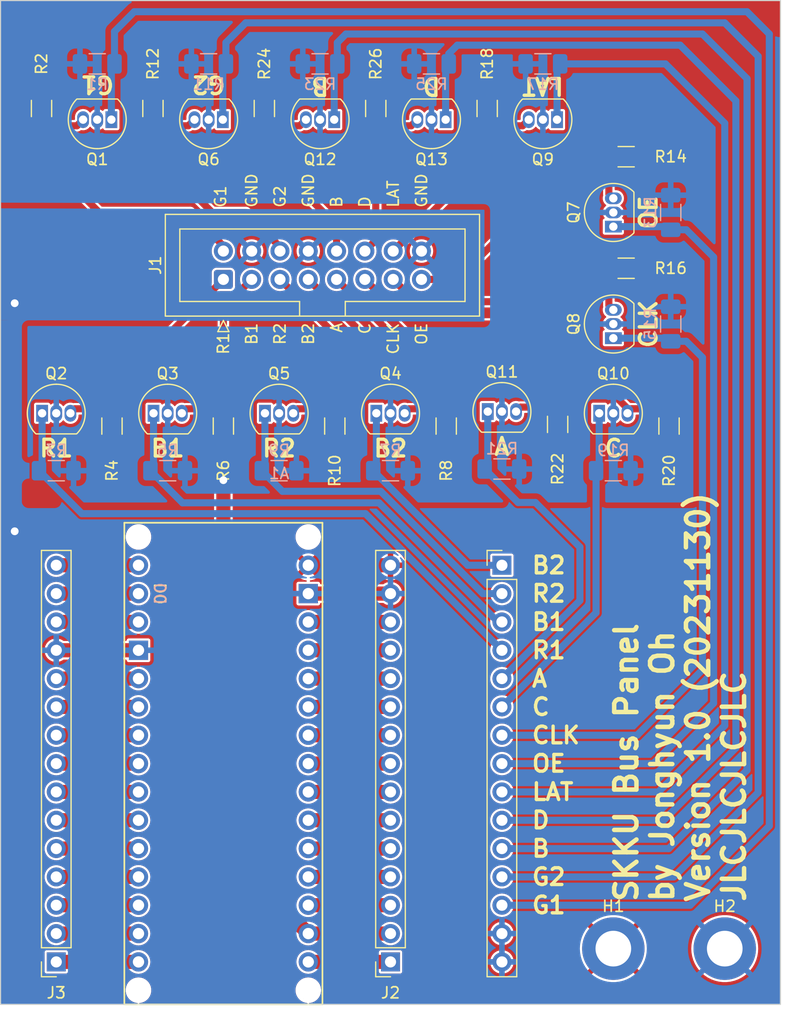
<source format=kicad_pcb>
(kicad_pcb (version 20221018) (generator pcbnew)
  (layers (0 "F.Cu" signal) (31 "B.Cu" signal) (34 "B.Paste" user) (35 "F.Paste" user) (36 "B.SilkS" user "B.Silkscreen") (37 "F.SilkS" user "F.Silkscreen") (38 "B.Mask" user) (39 "F.Mask" user) (44 "Edge.Cuts" user))
  (net 0 "")
  (net 1 "+3V3")
  (net 3 "/A0")
  (net 4 "/A1")
  (net 5 "/A2")
  (net 6 "/A3")
  (net 7 "/A4")
  (net 8 "/A5")
  (net 9 "/A6")
  (net 10 "/A7")
  (net 12 "/D0")
  (net 13 "/D1")
  (net 14 "/D2")
  (net 15 "/D3")
  (net 16 "/D4")
  (net 17 "/D5")
  (net 18 "/D6")
  (net 19 "/D7")
  (net 20 "/D8")
  (net 21 "/D9")
  (net 22 "/D10")
  (net 23 "/D11")
  (net 24 "/D12")
  (net 25 "/D13")
  (net 26 "GND")
  (net 27 "/RST1")
  (net 28 "/RST2")
  (net 29 "+5V")
  (net 30 "/R1")
  (net 31 "/G1")
  (net 32 "/B1")
  (net 33 "/R2")
  (net 34 "/G2")
  (net 35 "/B2")
  (net 36 "/A")
  (net 37 "/B")
  (net 38 "/C")
  (net 39 "/D")
  (net 40 "/CLK")
  (net 41 "/LAT")
  (net 42 "/OE")
  (net 43 "/AREF")
  (net 44 "/VUSB")
  (net 45 "/R1_L")
  (net 46 "/B1_L")
  (net 47 "/G1_L")
  (net 48 "/R2_L")
  (net 49 "/B2_L")
  (net 50 "/G2_L")
  (net 51 "/A_L")
  (net 52 "/B_L")
  (net 53 "/C_L")
  (net 54 "/D_L")
  (net 55 "/CLK_L")
  (net 56 "/LAT_L")
  (net 57 "/OE_L")
  (footprint "Package_TO_SOT_THT:TO-92_Inline" (layer "F.Cu") (at 109.946956 70.676956 180)
    (fp_text reference "Q12")
    (fp_text value "2N7000")
  )
  (footprint "Resistor_SMD:R_1206_3216Metric_Pad1.30x1.75mm_HandSolder" (layer "F.Cu") (at 93.676956 69.676956 -90)
    (fp_text reference "R12")
    (fp_text value "10k")
  )
  (footprint "Resistor_SMD:R_1206_3216Metric_Pad1.30x1.75mm_HandSolder" (layer "F.Cu") (at 100 98.15 90)
    (fp_text reference "R6")
    (fp_text value "10k")
  )
  (footprint "MountingHole:MountingHole_3.2mm_M3_DIN965_Pad_TopBottom" (layer "F.Cu") (at 145 145)
    (fp_text reference "H2")
    (fp_text value "MountingHole_Pad")
  )
  (footprint "Resistor_SMD:R_1206_3216Metric_Pad1.30x1.75mm_HandSolder" (layer "F.Cu") (at 83.676956 69.676956 -90)
    (fp_text reference "R2")
    (fp_text value "10k")
  )
  (footprint "Connector_IDC:IDC-Header_2x08_P2.54mm_Vertical" (layer "F.Cu") (at 100 85 90)
    (fp_text reference "J1")
    (fp_text value "Conn_02x08_Odd_Even")
  )
  (footprint "Package_TO_SOT_THT:TO-92_Inline" (layer "F.Cu") (at 103.73 97)
    (fp_text reference "Q5")
    (fp_text value "2N7000")
  )
  (footprint "Package_TO_SOT_THT:TO-92_Inline" (layer "F.Cu") (at 135 80.27 90)
    (fp_text reference "Q7")
    (fp_text value "2N7000")
  )
  (footprint "Resistor_SMD:R_1206_3216Metric_Pad1.30x1.75mm_HandSolder" (layer "F.Cu") (at 113.676956 69.676956 -90)
    (fp_text reference "R26")
    (fp_text value "10k")
  )
  (footprint "Resistor_SMD:R_1206_3216Metric_Pad1.30x1.75mm_HandSolder" (layer "F.Cu") (at 103.676956 69.676956 -90)
    (fp_text reference "R24")
    (fp_text value "10k")
  )
  (footprint "Package_TO_SOT_THT:TO-92_Inline" (layer "F.Cu") (at 123.73 96.85)
    (fp_text reference "Q11")
    (fp_text value "2N7000")
  )
  (footprint "MountingHole:MountingHole_3.2mm_M3_DIN965_Pad_TopBottom" (layer "F.Cu") (at 135 145)
    (fp_text reference "H1")
    (fp_text value "MountingHole_Pad")
  )
  (footprint "Resistor_SMD:R_1206_3216Metric_Pad1.30x1.75mm_HandSolder" (layer "F.Cu") (at 110 98.15 90)
    (fp_text reference "R10")
    (fp_text value "10k")
  )
  (footprint "Resistor_SMD:R_1206_3216Metric_Pad1.30x1.75mm_HandSolder" (layer "F.Cu") (at 90 98.15 90)
    (fp_text reference "R4")
    (fp_text value "10k")
  )
  (footprint "Package_TO_SOT_THT:TO-92_Inline" (layer "F.Cu") (at 119.946956 70.676956 180)
    (fp_text reference "Q13")
    (fp_text value "2N7000")
  )
  (footprint "Package_TO_SOT_THT:TO-92_Inline" (layer "F.Cu") (at 135 90.27 90)
    (fp_text reference "Q8")
    (fp_text value "2N7000")
  )
  (footprint "Package_TO_SOT_THT:TO-92_Inline" (layer "F.Cu") (at 99.946956 70.676956 180)
    (fp_text reference "Q6")
    (fp_text value "2N7000")
  )
  (footprint "Connector_PinHeader_2.54mm:PinHeader_1x15_P2.54mm_Vertical" (layer "F.Cu") (at 125 110.63)
    (fp_text reference "J4" hide)
    (fp_text value "Conn_01x15")
  )
  (footprint "Resistor_SMD:R_1206_3216Metric_Pad1.30x1.75mm_HandSolder" (layer "F.Cu") (at 120 98.15 90)
    (fp_text reference "R8")
    (fp_text value "10k")
  )
  (footprint "Package_TO_SOT_THT:TO-92_Inline" (layer "F.Cu") (at 83.73 97)
    (fp_text reference "Q2")
    (fp_text value "2N7000")
  )
  (footprint "Package_TO_SOT_THT:TO-92_Inline" (layer "F.Cu") (at 133.73 97)
    (fp_text reference "Q10")
    (fp_text value "2N7000")
  )
  (footprint "arduino-library:Arduino_Nano_Every_Socket" (layer "F.Cu") (at 100 150)
    (fp_text reference "A1")
    (fp_text value "Arduino_Nano_RP2040_Connect_Socket")
  )
  (footprint "Package_TO_SOT_THT:TO-92_Inline" (layer "F.Cu") (at 113.73 97)
    (fp_text reference "Q4")
    (fp_text value "2N7000")
  )
  (footprint "Resistor_SMD:R_1206_3216Metric_Pad1.30x1.75mm_HandSolder" (layer "F.Cu") (at 136.15 74 180)
    (fp_text reference "R14")
    (fp_text value "10k")
  )
  (footprint "Package_TO_SOT_THT:TO-92_Inline" (layer "F.Cu") (at 129.946956 70.676956 180)
    (fp_text reference "Q9")
    (fp_text value "2N7000")
  )
  (footprint "Resistor_SMD:R_1206_3216Metric_Pad1.30x1.75mm_HandSolder" (layer "F.Cu") (at 140 98.15 90)
    (fp_text reference "R20")
    (fp_text value "10k")
  )
  (footprint "Resistor_SMD:R_1206_3216Metric_Pad1.30x1.75mm_HandSolder" (layer "F.Cu") (at 123.676956 69.676956 -90)
    (fp_text reference "R18")
    (fp_text value "10k")
  )
  (footprint "Connector_PinSocket_2.54mm:PinSocket_1x15_P2.54mm_Vertical" (layer "F.Cu") (at 85 146.19 180)
    (fp_text reference "J3")
    (fp_text value "Conn_01x15")
  )
  (footprint "Package_TO_SOT_THT:TO-92_Inline" (layer "F.Cu") (at 93.73 97)
    (fp_text reference "Q3")
    (fp_text value "2N7000")
  )
  (footprint "Connector_PinSocket_2.54mm:PinSocket_1x15_P2.54mm_Vertical" (layer "F.Cu") (at 115 146.19 180)
    (fp_text reference "J2")
    (fp_text value "Conn_01x15")
  )
  (footprint "Resistor_SMD:R_1206_3216Metric_Pad1.30x1.75mm_HandSolder" (layer "F.Cu") (at 136.15 84 180)
    (fp_text reference "R16")
    (fp_text value "10k")
  )
  (footprint "Package_TO_SOT_THT:TO-92_Inline" (layer "F.Cu") (at 89.946956 70.676956 180)
    (fp_text reference "Q1")
    (fp_text value "2N7000")
  )
  (footprint "Resistor_SMD:R_1206_3216Metric_Pad1.30x1.75mm_HandSolder" (layer "F.Cu") (at 130 98 90)
    (fp_text reference "R22")
    (fp_text value "10k")
  )
  (footprint "Resistor_SMD:R_1206_3216Metric_Pad1.30x1.75mm_HandSolder" (layer "B.Cu") (at 108.676956 65.676956)
    (fp_text reference "R23")
    (fp_text value "10k")
  )
  (footprint "Resistor_SMD:R_1206_3216Metric_Pad1.30x1.75mm_HandSolder" (layer "B.Cu") (at 105 102.15 180)
    (fp_text reference "R9")
    (fp_text value "10k")
  )
  (footprint "Resistor_SMD:R_1206_3216Metric_Pad1.30x1.75mm_HandSolder" (layer "B.Cu") (at 115 102.15 180)
    (fp_text reference "R7")
    (fp_text value "10k")
  )
  (footprint "Resistor_SMD:R_1206_3216Metric_Pad1.30x1.75mm_HandSolder" (layer "B.Cu") (at 140.15 89 -90)
    (fp_text reference "R15")
    (fp_text value "10k")
  )
  (footprint "Resistor_SMD:R_1206_3216Metric_Pad1.30x1.75mm_HandSolder" (layer "B.Cu") (at 128.676956 65.676956)
    (fp_text reference "R17")
    (fp_text value "10k")
  )
  (footprint "Resistor_SMD:R_1206_3216Metric_Pad1.30x1.75mm_HandSolder" (layer "B.Cu") (at 95 102.15 180)
    (fp_text reference "R5")
    (fp_text value "10k")
  )
  (footprint "Resistor_SMD:R_1206_3216Metric_Pad1.30x1.75mm_HandSolder" (layer "B.Cu") (at 118.676956 65.676956)
    (fp_text reference "R25")
    (fp_text value "10k")
  )
  (footprint "Resistor_SMD:R_1206_3216Metric_Pad1.30x1.75mm_HandSolder" (layer "B.Cu") (at 88.676956 65.676956)
    (fp_text reference "R1")
    (fp_text value "10k")
  )
  (footprint "Resistor_SMD:R_1206_3216Metric_Pad1.30x1.75mm_HandSolder" (layer "B.Cu") (at 98.676956 65.676956)
    (fp_text reference "R11")
    (fp_text value "10k")
  )
  (footprint "Resistor_SMD:R_1206_3216Metric_Pad1.30x1.75mm_HandSolder" (layer "B.Cu") (at 135 102.15 180)
    (fp_text reference "R19")
    (fp_text value "10k")
  )
  (footprint "Resistor_SMD:R_1206_3216Metric_Pad1.30x1.75mm_HandSolder" (layer "B.Cu") (at 140.15 79 -90)
    (fp_text reference "R13")
    (fp_text value "10k")
  )
  (footprint "Resistor_SMD:R_1206_3216Metric_Pad1.30x1.75mm_HandSolder" (layer "B.Cu") (at 85 102.15 180)
    (fp_text reference "R3")
    (fp_text value "10k")
  )
  (footprint "Resistor_SMD:R_1206_3216Metric_Pad1.30x1.75mm_HandSolder" (layer "B.Cu") (at 125 102 180)
    (fp_text reference "R21")
    (fp_text value "10k")
  )
  (gr_rect (start 80 60) (end 150 150) (stroke (width 0.1)) (fill none) (layer "Edge.Cuts"))
  (gr_text "R1" (at 85 100.15) (layer "F.SilkS") (effects (font (size 1.5 1.5) (thickness 0.3) bold)))
  (gr_text "D" (at 118.676956 67.676956 180) (layer "F.SilkS") (effects (font (size 1.5 1.5) (thickness 0.3) bold)))
  (gr_text "GND" (at 102.54 78.65 90) (layer "F.SilkS") (effects (font (size 1 1)) (justify left)))
  (gr_text "GND" (at 117.78 78.65 90) (layer "F.SilkS") (effects (font (size 1 1)) (justify left)))
  (gr_text "B1" (at 102.54 88.81 90) (layer "F.SilkS") (effects (font (size 1 1)) (justify right)))
  (gr_text "G2" (at 105.08 78.65 90) (layer "F.SilkS") (effects (font (size 1 1)) (justify left)))
  (gr_text "B" (at 110.16 78.65 90) (layer "F.SilkS") (effects (font (size 1 1)) (justify left)))
  (gr_text "B1" (at 127.54 115.71) (layer "F.SilkS") (effects (font (size 1.5 1.5) (thickness 0.3) bold) (justify left)))
  (gr_text "LAT" (at 128.676956 67.666956 180) (layer "F.SilkS") (effects (font (size 1.5 1.5) (thickness 0.3) bold)))
  (gr_text "LAT" (at 115.24 78.65 90) (layer "F.SilkS") (effects (font (size 1 1)) (justify left)))
  (gr_text "GND" (at 107.62 78.65 90) (layer "F.SilkS") (effects (font (size 1 1)) (justify left)))
  (gr_text "B1" (at 95 100.15) (layer "F.SilkS") (effects (font (size 1.5 1.5) (thickness 0.3) bold)))
  (gr_text "R2" (at 105.08 88.81 90) (layer "F.SilkS") (effects (font (size 1 1)) (justify right)))
  (gr_text "G1" (at 127.54 141.11) (layer "F.SilkS") (effects (font (size 1.5 1.5) (thickness 0.3) bold) (justify left)))
  (gr_text "C" (at 127.54 123.33) (layer "F.SilkS") (effects (font (size 1.5 1.5) (thickness 0.3) bold) (justify left)))
  (gr_text "B" (at 108.676956 67.676956 180) (layer "F.SilkS") (effects (font (size 1.5 1.5) (thickness 0.3) bold)))
  (gr_text "R1" (at 100 89.68 90) (layer "F.SilkS") (effects (font (size 1 1)) (justify right)))
  (gr_text "C" (at 112.7 88.81 90) (layer "F.SilkS") (effects (font (size 1 1)) (justify right)))
  (gr_text "OE" (at 117.78 88.81 90) (layer "F.SilkS") (effects (font (size 1 1)) (justify right)))
  (gr_text "C" (at 135 100.15) (layer "F.SilkS") (effects (font (size 1.5 1.5) (thickness 0.3) bold)))
  (gr_text "D" (at 127.54 133.49) (layer "F.SilkS") (effects (font (size 1.5 1.5) (thickness 0.3) bold) (justify left)))
  (gr_text "G1" (at 88.676956 67.526956 180) (layer "F.SilkS") (effects (font (size 1.5 1.5) (thickness 0.3) bold)))
  (gr_text "R2" (at 127.54 113.17) (layer "F.SilkS") (effects (font (size 1.5 1.5) (thickness 0.3) bold) (justify left)))
  (gr_text "CLK" (at 115.24 88.81 90) (layer "F.SilkS") (effects (font (size 1 1)) (justify right)))
  (gr_text "B2" (at 115 100.15) (layer "F.SilkS") (effects (font (size 1.5 1.5) (thickness 0.3) bold)))
  (gr_text "B2" (at 107.62 88.81 90) (layer "F.SilkS") (effects (font (size 1 1)) (justify right)))
  (gr_text "A" (at 110.16 88.81 90) (layer "F.SilkS") (effects (font (size 1 1)) (justify right)))
  (gr_text "B" (at 127.54 136.03) (layer "F.SilkS") (effects (font (size 1.5 1.5) (thickness 0.3) bold) (justify left)))
  (gr_text "CLK" (at 138.15 89 90) (layer "F.SilkS") (effects (font (size 1.5 1.5) (thickness 0.3) bold)))
  (gr_text "D" (at 112.7 78.65 90) (layer "F.SilkS") (effects (font (size 1 1)) (justify left)))
  (gr_text "OE" (at 138.15 79 90) (layer "F.SilkS") (effects (font (size 1.5 1.5) (thickness 0.3) bold)))
  (gr_text "G1" (at 99.746 78.65 90) (layer "F.SilkS") (effects (font (size 1 1)) (justify left)))
  (gr_text "B2" (at 127.54 110.63) (layer "F.SilkS") (effects (font (size 1.5 1.5) (thickness 0.3) bold) (justify left)))
  (gr_text "G2" (at 127.54 138.57) (layer "F.SilkS") (effects (font (size 1.5 1.5) (thickness 0.3) bold) (justify left)))
  (gr_text "A" (at 125 100) (layer "F.SilkS") (effects (font (size 1.5 1.5) (thickness 0.3) bold)))
  (gr_text "SKKU Bus Panel\nby Jonghyun Oh\nVersion 1.0 (20231130)\nJLCJLCJLCJLC" (at 147 141 90) (layer "F.SilkS") (effects (font (size 2 2) (thickness 0.4) bold) (justify left bottom)))
  (gr_text "R1" (at 127.54 118.25) (layer "F.SilkS") (effects (font (size 1.5 1.5) (thickness 0.3) bold) (justify left)))
  (gr_text "LAT" (at 127.54 130.95) (layer "F.SilkS") (effects (font (size 1.5 1.5) (thickness 0.3) bold) (justify left)))
  (gr_text "G2" (at 98.676956 67.526956 180) (layer "F.SilkS") (effects (font (size 1.5 1.5) (thickness 0.3) bold)))
  (gr_text "R2" (at 105 100.15) (layer "F.SilkS") (effects (font (size 1.5 1.5) (thickness 0.3) bold)))
  (gr_text "OE" (at 127.54 128.41) (layer "F.SilkS") (effects (font (size 1.5 1.5) (thickness 0.3) bold) (justify left)))
  (gr_text "CLK" (at 127.54 125.87) (layer "F.SilkS") (effects (font (size 1.5 1.5) (thickness 0.3) bold) (justify left)))
  (gr_text "A" (at 127.54 120.79) (layer "F.SilkS") (effects (font (size 1.5 1.5) (thickness 0.3) bold) (justify left)))
  (segment (start 100 136.03) (end 100 103) (width 1.27) (layer "F.Cu") (net 1))
  (segment (start 115 143.65) (end 107.62 143.65) (width 1.27) (layer "F.Cu") (net 1))
  (segment (start 107.62 143.65) (end 100 136.03) (width 1.27) (layer "F.Cu") (net 1))
  (via (at 100 103) (size 1.4) (drill 0.7) (layers "F.Cu" "B.Cu") (net 1))
  (segment (start 107.62 138.57) (end 115 138.57) (width 1.27) (layer "F.Cu") (net 3))
  (segment (start 107.62 136.03) (end 115 136.03) (width 1.27) (layer "F.Cu") (net 4))
  (segment (start 107.62 133.49) (end 115 133.49) (width 1.27) (layer "F.Cu") (net 5))
  (segment (start 115 130.95) (end 107.62 130.95) (width 1.27) (layer "F.Cu") (net 6))
  (segment (start 107.62 128.41) (end 115 128.41) (width 1.27) (layer "F.Cu") (net 7))
  (segment (start 115 125.87) (end 107.62 125.87) (width 1.27) (layer "F.Cu") (net 8))
  (segment (start 107.62 123.33) (end 115 123.33) (width 1.27) (layer "F.Cu") (net 9))
  (segment (start 107.62 120.79) (end 115 120.79) (width 1.27) (layer "F.Cu") (net 10))
  (segment (start 92.38 113.17) (end 85 113.17) (width 1.27) (layer "F.Cu") (net 12))
  (segment (start 85 110.63) (end 92.38 110.63) (width 1.27) (layer "F.Cu") (net 13))
  (segment (start 85 120.79) (end 92.38 120.79) (width 1.27) (layer "F.Cu") (net 14))
  (segment (start 92.38 123.33) (end 85 123.33) (width 1.27) (layer "F.Cu") (net 15))
  (segment (start 85 125.87) (end 92.38 125.87) (width 1.27) (layer "F.Cu") (net 16))
  (segment (start 85 128.41) (end 92.38 128.41) (width 1.27) (layer "F.Cu") (net 17))
  (segment (start 92.38 130.95) (end 85 130.95) (width 1.27) (layer "F.Cu") (net 18))
  (segment (start 85 133.49) (end 92.38 133.49) (width 1.27) (layer "F.Cu") (net 19))
  (segment (start 92.38 136.03) (end 85 136.03) (width 1.27) (layer "F.Cu") (net 20))
  (segment (start 85 138.57) (end 92.38 138.57) (width 1.27) (layer "F.Cu") (net 21))
  (segment (start 92.38 141.11) (end 85 141.11) (width 1.27) (layer "F.Cu") (net 22))
  (segment (start 85 143.65) (end 92.38 143.65) (width 1.27) (layer "F.Cu") (net 23))
  (segment (start 92.38 146.19) (end 85 146.19) (width 1.27) (layer "F.Cu") (net 24))
  (segment (start 107.62 146.19) (end 115 146.19) (width 1.27) (layer "F.Cu") (net 25))
  (segment (start 92.38 118.25) (end 85 118.25) (width 1.27) (layer "F.Cu") (net 26))
  (segment (start 107.62 113.17) (end 115 113.17) (width 1.27) (layer "F.Cu") (net 26))
  (via (at 81.27 87.135) (size 1.4) (drill 0.7) (layers "F.Cu" "B.Cu") (net 26))
  (via (at 81.27 107.582) (size 1.4) (drill 0.7) (layers "F.Cu" "B.Cu") (net 26))
  (segment (start 81.27 87.135) (end 81.27 107.582) (width 1.27) (layer "B.Cu") (net 26))
  (segment (start 85 115.71) (end 92.38 115.71) (width 1.27) (layer "F.Cu") (net 27))
  (segment (start 115 115.71) (end 107.62 115.71) (width 1.27) (layer "F.Cu") (net 28))
  (segment (start 115 110.63) (end 107.62 110.63) (width 1.27) (layer "F.Cu") (net 29))
  (segment (start 90 96.6) (end 90 95) (width 0.635) (layer "F.Cu") (net 30))
  (segment (start 90 95) (end 100 85) (width 0.635) (layer "F.Cu") (net 30))
  (segment (start 86.67 96.6) (end 86.27 97) (width 0.635) (layer "F.Cu") (net 30))
  (segment (start 90 96.6) (end 86.67 96.6) (width 0.635) (layer "F.Cu") (net 30))
  (segment (start 83.676956 73.814456) (end 88.8625 79) (width 0.635) (layer "F.Cu") (net 31))
  (segment (start 100 82) (end 100 82.46) (width 0.635) (layer "F.Cu") (net 31))
  (segment (start 83.676956 71.226956) (end 83.676956 73.814456) (width 0.635) (layer "F.Cu") (net 31))
  (segment (start 97 79) (end 100 82) (width 0.635) (layer "F.Cu") (net 31))
  (segment (start 83.676956 71.226956) (end 86.856956 71.226956) (width 0.635) (layer "F.Cu") (net 31))
  (segment (start 88.8625 79) (end 97 79) (width 0.635) (layer "F.Cu") (net 31))
  (segment (start 86.856956 71.226956) (end 87.406956 70.676956) (width 0.635) (layer "F.Cu") (net 31))
  (segment (start 96.67 96.6) (end 96.27 97) (width 0.635) (layer "F.Cu") (net 32))
  (segment (start 100 96.6) (end 100 87.54) (width 0.635) (layer "F.Cu") (net 32))
  (segment (start 100 96.6) (end 96.67 96.6) (width 0.635) (layer "F.Cu") (net 32))
  (segment (start 100 87.54) (end 102.54 85) (width 0.635) (layer "F.Cu") (net 32))
  (segment (start 110 96.6) (end 106.67 96.6) (width 0.635) (layer "F.Cu") (net 33))
  (segment (start 110 96.6) (end 110 89.92) (width 0.635) (layer "F.Cu") (net 33))
  (segment (start 106.67 96.6) (end 106.27 97) (width 0.635) (layer "F.Cu") (net 33))
  (segment (start 110 89.92) (end 105.08 85) (width 0.635) (layer "F.Cu") (net 33))
  (segment (start 96.856956 71.226956) (end 97.406956 70.676956) (width 0.635) (layer "F.Cu") (net 34))
  (segment (start 99 79) (end 102 79) (width 0.635) (layer "F.Cu") (net 34))
  (segment (start 93.676956 71.226956) (end 93.676956 73.676956) (width 0.635) (layer "F.Cu") (net 34))
  (segment (start 93.676956 73.676956) (end 99 79) (width 0.635) (layer "F.Cu") (net 34))
  (segment (start 102 79) (end 105.08 82.08) (width 0.635) (layer "F.Cu") (net 34))
  (segment (start 93.676956 71.226956) (end 96.856956 71.226956) (width 0.635) (layer "F.Cu") (net 34))
  (segment (start 105.08 82.08) (end 105.08 82.46) (width 0.635) (layer "F.Cu") (net 34))
  (segment (start 120 96.6) (end 116.67 96.6) (width 0.635) (layer "F.Cu") (net 35))
  (segment (start 114.455 91.835) (end 107.62 85) (width 0.635) (layer "F.Cu") (net 35))
  (segment (start 120 95) (end 116.835 91.835) (width 0.635) (layer "F.Cu") (net 35))
  (segment (start 120 96.6) (end 120 95) (width 0.635) (layer "F.Cu") (net 35))
  (segment (start 116.835 91.835) (end 114.455 91.835) (width 0.635) (layer "F.Cu") (net 35))
  (segment (start 116.67 96.6) (end 116.27 97) (width 0.635) (layer "F.Cu") (net 35))
  (segment (start 130 96.45) (end 124.55 91) (width 0.635) (layer "F.Cu") (net 36))
  (segment (start 124.55 91) (end 116.16 91) (width 0.635) (layer "F.Cu") (net 36))
  (segment (start 130 96.45) (end 126.67 96.45) (width 0.635) (layer "F.Cu") (net 36))
  (segment (start 116.16 91) (end 110.16 85) (width 0.635) (layer "F.Cu") (net 36))
  (segment (start 126.67 96.45) (end 126.27 96.85) (width 0.635) (layer "F.Cu") (net 36))
  (segment (start 103.676956 71.226956) (end 106.856956 71.226956) (width 0.635) (layer "F.Cu") (net 37))
  (segment (start 110.16 80.16) (end 110.16 82.46) (width 0.635) (layer "F.Cu") (net 37))
  (segment (start 103.676956 71.226956) (end 103.676956 73.676956) (width 0.635) (layer "F.Cu") (net 37))
  (segment (start 103.676956 73.676956) (end 110.16 80.16) (width 0.635) (layer "F.Cu") (net 37))
  (segment (start 106.856956 71.226956) (end 107.406956 70.676956) (width 0.635) (layer "F.Cu") (net 37))
  (segment (start 128.699318 89) (end 116.7 89) (width 0.635) (layer "F.Cu") (net 38))
  (segment (start 140 96.6) (end 136.67 96.6) (width 0.635) (layer "F.Cu") (net 38))
  (segment (start 136.67 96.6) (end 136.27 97) (width 0.635) (layer "F.Cu") (net 38))
  (segment (start 140 96.6) (end 136.299318 96.6) (width 0.635) (layer "F.Cu") (net 38))
  (segment (start 136.299318 96.6) (end 128.699318 89) (width 0.635) (layer "F.Cu") (net 38))
  (segment (start 116.7 89) (end 112.7 85) (width 0.635) (layer "F.Cu") (net 38))
  (segment (start 113.676956 71.226956) (end 113.676956 81.483044) (width 0.635) (layer "F.Cu") (net 39))
  (segment (start 113.676956 71.226956) (end 116.856956 71.226956) (width 0.635) (layer "F.Cu") (net 39))
  (segment (start 116.856956 71.226956) (end 117.406956 70.676956) (width 0.635) (layer "F.Cu") (net 39))
  (segment (start 113.676956 81.483044) (end 112.7 82.46) (width 0.635) (layer "F.Cu") (net 39))
  (segment (start 134.6 84) (end 134.6 87.33) (width 0.635) (layer "F.Cu") (net 40))
  (segment (start 134.6 84) (end 131.6 87) (width 0.635) (layer "F.Cu") (net 40))
  (segment (start 117.24 87) (end 115.24 85) (width 0.635) (layer "F.Cu") (net 40))
  (segment (start 134.6 87.33) (end 135 87.73) (width 0.635) (layer "F.Cu") (net 40))
  (segment (start 131.6 87) (end 117.24 87) (width 0.635) (layer "F.Cu") (net 40))
  (segment (start 123.676956 71.226956) (end 126.856956 71.226956) (width 0.635) (layer "F.Cu") (net 41))
  (segment (start 126.856956 71.226956) (end 127.406956 70.676956) (width 0.635) (layer "F.Cu") (net 41))
  (segment (start 115.24 82.46) (end 123.676956 74.023044) (width 0.635) (layer "F.Cu") (net 41))
  (segment (start 123.676956 74.023044) (end 123.676956 71.226956) (width 0.635) (layer "F.Cu") (net 41))
  (segment (start 121 85) (end 132 74) (width 0.635) (layer "F.Cu") (net 42))
  (segment (start 134.6 74) (end 134.6 77.33) (width 0.635) (layer "F.Cu") (net 42))
  (segment (start 134.6 77.33) (end 135 77.73) (width 0.635) (layer "F.Cu") (net 42))
  (segment (start 132 74) (end 134.6 74) (width 0.635) (layer "F.Cu") (net 42))
  (segment (start 117.78 85) (end 121 85) (width 0.635) (layer "F.Cu") (net 42))
  (segment (start 107.62 141.11) (end 115 141.11) (width 1.27) (layer "F.Cu") (net 43))
  (segment (start 107.62 118.25) (end 115 118.25) (width 1.27) (layer "F.Cu") (net 44))
  (segment (start 87.3 106) (end 83.45 102.15) (width 0.635) (layer "B.Cu") (net 45))
  (segment (start 112.75 106) (end 87.3 106) (width 0.635) (layer "B.Cu") (net 45))
  (segment (start 83.73 97) (end 83.73 101.87) (width 0.635) (layer "B.Cu") (net 45))
  (segment (start 83.73 101.87) (end 83.45 102.15) (width 0.635) (layer "B.Cu") (net 45))
  (segment (start 125 118.25) (end 112.75 106) (width 0.635) (layer "B.Cu") (net 45))
  (segment (start 113.969132 105.030868) (end 96.330868 105.030868) (width 0.635) (layer "B.Cu") (net 46))
  (segment (start 125 115.71) (end 124.648264 115.71) (width 0.635) (layer "B.Cu") (net 46))
  (segment (start 96.330868 105.030868) (end 93.45 102.15) (width 0.635) (layer "B.Cu") (net 46))
  (segment (start 124.648264 115.71) (end 113.969132 105.030868) (width 0.635) (layer "B.Cu") (net 46))
  (segment (start 93.73 101.87) (end 93.45 102.15) (width 0.635) (layer "B.Cu") (net 46))
  (segment (start 93.73 97) (end 93.73 101.87) (width 0.635) (layer "B.Cu") (net 46))
  (segment (start 149 134) (end 149 63) (width 0.635) (layer "B.Cu") (net 47))
  (segment (start 92 61) (end 90.226956 62.773044) (width 0.635) (layer "B.Cu") (net 47))
  (segment (start 89.946956 70.676956) (end 89.946956 65.956956) (width 0.635) (layer "B.Cu") (net 47))
  (segment (start 125 141.11) (end 141.89 141.11) (width 0.635) (layer "B.Cu") (net 47))
  (segment (start 89.946956 65.956956) (end 90.226956 65.676956) (width 0.635) (layer "B.Cu") (net 47))
  (segment (start 141.89 141.11) (end 149 134) (width 0.635) (layer "B.Cu") (net 47))
  (segment (start 149 63) (end 147 61) (width 0.635) (layer "B.Cu") (net 47))
  (segment (start 147 61) (end 92 61) (width 0.635) (layer "B.Cu") (net 47))
  (segment (start 90.226956 62.773044) (end 90.226956 65.676956) (width 0.635) (layer "B.Cu") (net 47))
  (segment (start 105.3 104) (end 103.45 102.15) (width 0.635) (layer "B.Cu") (net 48))
  (segment (start 123.289132 113.17) (end 114.119132 104) (width 0.635) (layer "B.Cu") (net 48))
  (segment (start 125 113.17) (end 123.289132 113.17) (width 0.635) (layer "B.Cu") (net 48))
  (segment (start 103.73 101.87) (end 103.45 102.15) (width 0.635) (layer "B.Cu") (net 48))
  (segment (start 103.73 97) (end 103.73 101.87) (width 0.635) (layer "B.Cu") (net 48))
  (segment (start 114.119132 104) (end 105.3 104) (width 0.635) (layer "B.Cu") (net 48))
  (segment (start 113.73 101.87) (end 113.45 102.15) (width 0.635) (layer "B.Cu") (net 49))
  (segment (start 113.73 97) (end 113.73 101.87) (width 0.635) (layer "B.Cu") (net 49))
  (segment (start 125 110.63) (end 121.93 110.63) (width 0.635) (layer "B.Cu") (net 49))
  (segment (start 121.93 110.63) (end 113.45 102.15) (width 0.635) (layer "B.Cu") (net 49))
  (segment (start 99.946956 65.956956) (end 100.226956 65.676956) (width 0.635) (layer "B.Cu") (net 50))
  (segment (start 148 65) (end 148 131) (width 0.635) (layer "B.Cu") (net 50))
  (segment (start 140.43 138.57) (end 125 138.57) (width 0.635) (layer "B.Cu") (net 50))
  (segment (start 99.946956 70.676956) (end 99.946956 65.956956) (width 0.635) (layer "B.Cu") (net 50))
  (segment (start 148 131) (end 140.43 138.57) (width 0.635) (layer "B.Cu") (net 50))
  (segment (start 145 62) (end 148 65) (width 0.635) (layer "B.Cu") (net 50))
  (segment (start 102 62) (end 145 62) (width 0.635) (layer "B.Cu") (net 50))
  (segment (start 100.226956 65.676956) (end 100.226956 63.773044) (width 0.635) (layer "B.Cu") (net 50))
  (segment (start 100.226956 63.773044) (end 102 62) (width 0.635) (layer "B.Cu") (net 50))
  (segment (start 126.45 105) (end 123.45 102) (width 0.635) (layer "B.Cu") (net 51))
  (segment (start 125 120.79) (end 132 113.79) (width 0.635) (layer "B.Cu") (net 51))
  (segment (start 128 105) (end 126.45 105) (width 0.635) (layer "B.Cu") (net 51))
  (segment (start 123.73 101.72) (end 123.45 102) (width 0.635) (layer "B.Cu") (net 51))
  (segment (start 132 113.79) (end 132 109) (width 0.635) (layer "B.Cu") (net 51))
  (segment (start 123.73 96.85) (end 123.73 101.72) (width 0.635) (layer "B.Cu") (net 51))
  (segment (start 132 109) (end 128 105) (width 0.635) (layer "B.Cu") (net 51))
  (segment (start 143 63) (end 147 67) (width 0.635) (layer "B.Cu") (net 52))
  (segment (start 109.946956 70.676956) (end 109.946956 65.956956) (width 0.635) (layer "B.Cu") (net 52))
  (segment (start 109.946956 65.956956) (end 110.226956 65.676956) (width 0.635) (layer "B.Cu") (net 52))
  (segment (start 147 129) (end 139.97 136.03) (width 0.635) (layer "B.Cu") (net 52))
  (segment (start 111 63) (end 143 63) (width 0.635) (layer "B.Cu") (net 52))
  (segment (start 147 67) (end 147 129) (width 0.635) (layer "B.Cu") (net 52))
  (segment (start 139.97 136.03) (end 125 136.03) (width 0.635) (layer "B.Cu") (net 52))
  (segment (start 110.226956 63.773044) (end 111 63) (width 0.635) (layer "B.Cu") (net 52))
  (segment (start 110.226956 65.676956) (end 110.226956 63.773044) (width 0.635) (layer "B.Cu") (net 52))
  (segment (start 125 123.33) (end 133.45 114.88) (width 0.635) (layer "B.Cu") (net 53))
  (segment (start 133.73 97) (end 133.73 101.87) (width 0.635) (layer "B.Cu") (net 53))
  (segment (start 133.73 101.87) (end 133.45 102.15) (width 0.635) (layer "B.Cu") (net 53))
  (segment (start 133.45 114.88) (end 133.45 102.15) (width 0.635) (layer "B.Cu") (net 53))
  (segment (start 119.946956 70.676956) (end 119.946956 65.956956) (width 0.635) (layer "B.Cu") (net 54))
  (segment (start 139.51 133.49) (end 125 133.49) (width 0.635) (layer "B.Cu") (net 54))
  (segment (start 146 127) (end 139.51 133.49) (width 0.635) (layer "B.Cu") (net 54))
  (segment (start 119.946956 65.956956) (end 120.226956 65.676956) (width 0.635) (layer "B.Cu") (net 54))
  (segment (start 146 69) (end 146 127) (width 0.635) (layer "B.Cu") (net 54))
  (segment (start 141 64) (end 146 69) (width 0.635) (layer "B.Cu") (net 54))
  (segment (start 120.226956 65.676956) (end 120.226956 64.773044) (width 0.635) (layer "B.Cu") (net 54))
  (segment (start 121 64) (end 141 64) (width 0.635) (layer "B.Cu") (net 54))
  (segment (start 120.226956 64.773044) (end 121 64) (width 0.635) (layer "B.Cu") (net 54))
  (segment (start 143 92) (end 141.55 90.55) (width 0.635) (layer "B.Cu") (net 55))
  (segment (start 143 120) (end 143 92) (width 0.635) (layer "B.Cu") (net 55))
  (segment (start 135 90.27) (end 139.87 90.27) (width 0.635) (layer "B.Cu") (net 55))
  (segment (start 137.13 125.87) (end 143 120) (width 0.635) (layer "B.Cu") (net 55))
  (segment (start 139.87 90.27) (end 140.15 90.55) (width 0.635) (layer "B.Cu") (net 55))
  (segment (start 141.55 90.55) (end 140.15 90.55) (width 0.635) (layer "B.Cu") (net 55))
  (segment (start 125 125.87) (end 137.13 125.87) (width 0.635) (layer "B.Cu") (net 55))
  (segment (start 129.946956 65.956956) (end 130.226956 65.676956) (width 0.635) (layer "B.Cu") (net 56))
  (segment (start 145 125) (end 139.05 130.95) (width 0.635) (layer "B.Cu") (net 56))
  (segment (start 129.946956 70.676956) (end 129.946956 65.956956) (width 0.635) (layer "B.Cu") (net 56))
  (segment (start 139.676956 65.676956) (end 145 71) (width 0.635) (layer "B.Cu") (net 56))
  (segment (start 139.05 130.95) (end 125 130.95) (width 0.635) (layer "B.Cu") (net 56))
  (segment (start 145 71) (end 145 125) (width 0.635) (layer "B.Cu") (net 56))
  (segment (start 130.226956 65.676956) (end 139.676956 65.676956) (width 0.635) (layer "B.Cu") (net 56))
  (segment (start 141.55 80.55) (end 140.15 80.55) (width 0.635) (layer "B.Cu") (net 57))
  (segment (start 144 83) (end 141.55 80.55) (width 0.635) (layer "B.Cu") (net 57))
  (segment (start 139.87 80.27) (end 140.15 80.55) (width 0.635) (layer "B.Cu") (net 57))
  (segment (start 138.59 128.41) (end 144 123) (width 0.635) (layer "B.Cu") (net 57))
  (segment (start 125 128.41) (end 138.59 128.41) (width 0.635) (layer "B.Cu") (net 57))
  (segment (start 144 123) (end 144 83) (width 0.635) (layer "B.Cu") (net 57))
  (segment (start 135 80.27) (end 139.87 80.27) (width 0.635) (layer "B.Cu") (net 57))
  (zone (net 29) (net_name "+5V") (layer "F.Cu") (connect_pads (clearance 0.127)) (min_thickness 0.127) (fill yes (thermal_gap 0.5) (thermal_bridge_width 0.5))
    (polygon (pts (xy 80 60) (xy 80 150) (xy 150 150) (xy 150 60)))
  )
  (zone (net 1) (net_name "+3V3") (layer "B.Cu") (priority 2) (connect_pads (clearance 0.5)) (min_thickness 0.25) (fill yes (thermal_gap 0.5) (thermal_bridge_width 0.5))
    (polygon (pts (xy 80 60) (xy 80 105) (xy 150 105) (xy 150 60)))
  )
  (zone (net 26) (net_name "GND") (layer "B.Cu") (priority 3) (connect_pads (clearance 0.127)) (min_thickness 0.127) (fill yes (thermal_gap 0.5) (thermal_bridge_width 0.5))
    (polygon (pts (xy 123.434 78.753) (xy 123.434 88.786) (xy 80 88.659) (xy 80 78.626)))
  )
  (zone (net 26) (net_name "GND") (layer "B.Cu") (priority 1) (connect_pads (clearance 0.127)) (min_thickness 0.127) (fill yes (thermal_gap 0.5) (thermal_bridge_width 0.5))
    (polygon (pts (xy 80 60) (xy 80 150) (xy 150 150) (xy 150 60)))
  )
)
</source>
